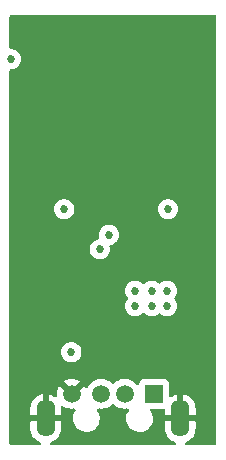
<source format=gbr>
%TF.GenerationSoftware,KiCad,Pcbnew,(6.0.7)*%
%TF.CreationDate,2023-02-07T19:22:30-08:00*%
%TF.ProjectId,ESP_Module,4553505f-4d6f-4647-956c-652e6b696361,rev?*%
%TF.SameCoordinates,Original*%
%TF.FileFunction,Copper,L2,Inr*%
%TF.FilePolarity,Positive*%
%FSLAX46Y46*%
G04 Gerber Fmt 4.6, Leading zero omitted, Abs format (unit mm)*
G04 Created by KiCad (PCBNEW (6.0.7)) date 2023-02-07 19:22:30*
%MOMM*%
%LPD*%
G01*
G04 APERTURE LIST*
%TA.AperFunction,ComponentPad*%
%ADD10R,1.508000X1.508000*%
%TD*%
%TA.AperFunction,ComponentPad*%
%ADD11C,1.508000*%
%TD*%
%TA.AperFunction,ComponentPad*%
%ADD12O,1.575000X3.150000*%
%TD*%
%TA.AperFunction,ViaPad*%
%ADD13C,0.685800*%
%TD*%
G04 APERTURE END LIST*
D10*
%TO.N,+5V*%
%TO.C,J1*%
X160218000Y-100516000D03*
D11*
%TO.N,USB_D-*%
X157718000Y-100516000D03*
%TO.N,USB_D+*%
X155718000Y-100516000D03*
%TO.N,GND*%
X153218000Y-100516000D03*
D12*
X162418000Y-102616000D03*
X151018000Y-102616000D03*
%TD*%
D13*
%TO.N,+3V3*%
X148100000Y-72200000D03*
X161300000Y-91800000D03*
X160000000Y-93100000D03*
X161300000Y-93100000D03*
X153200000Y-97000000D03*
X158600000Y-91800000D03*
X161400000Y-84900000D03*
X160000000Y-91800000D03*
X152600000Y-84900000D03*
X158600000Y-93100000D03*
%TO.N,GND*%
X164500000Y-97400000D03*
X156700000Y-80000000D03*
X154500000Y-86800000D03*
X159600000Y-84600000D03*
X152500000Y-86800000D03*
X149000000Y-97400000D03*
X149000000Y-99400000D03*
X160700000Y-80000000D03*
X154500000Y-84900000D03*
X156700000Y-71000000D03*
X158700000Y-80000000D03*
X164500000Y-99400000D03*
X160700000Y-71000000D03*
X164500000Y-91300000D03*
X152700000Y-80000000D03*
X152700000Y-71000000D03*
X158700000Y-71000000D03*
X154700000Y-80000000D03*
X164500000Y-89300000D03*
X164500000Y-93300000D03*
X164500000Y-95300000D03*
X150500000Y-86800000D03*
X154700000Y-71000000D03*
%TO.N,USB_D+*%
X155600000Y-88300000D03*
%TO.N,USB_D-*%
X156376702Y-87076702D03*
%TD*%
%TA.AperFunction,Conductor*%
%TO.N,GND*%
G36*
X165423121Y-68478502D02*
G01*
X165469614Y-68532158D01*
X165481000Y-68584500D01*
X165481000Y-104735500D01*
X165460998Y-104803621D01*
X165407342Y-104850114D01*
X165355000Y-104861500D01*
X162925073Y-104861500D01*
X162856952Y-104841498D01*
X162810459Y-104787842D01*
X162800355Y-104717568D01*
X162829849Y-104652988D01*
X162871823Y-104621305D01*
X163063243Y-104532045D01*
X163072729Y-104526567D01*
X163249401Y-104402861D01*
X163257808Y-104395807D01*
X163410307Y-104243308D01*
X163417361Y-104234901D01*
X163541067Y-104058229D01*
X163546545Y-104048743D01*
X163637699Y-103853262D01*
X163641445Y-103842970D01*
X163697268Y-103634636D01*
X163699171Y-103623841D01*
X163713262Y-103462791D01*
X163713500Y-103457327D01*
X163713500Y-102888115D01*
X163709025Y-102872876D01*
X163707635Y-102871671D01*
X163699952Y-102870000D01*
X161140615Y-102870000D01*
X161125376Y-102874475D01*
X161124171Y-102875865D01*
X161122500Y-102883548D01*
X161122500Y-103457327D01*
X161122738Y-103462791D01*
X161136829Y-103623841D01*
X161138732Y-103634636D01*
X161194555Y-103842970D01*
X161198301Y-103853262D01*
X161289455Y-104048743D01*
X161294933Y-104058229D01*
X161418639Y-104234901D01*
X161425693Y-104243308D01*
X161578190Y-104395805D01*
X161586598Y-104402861D01*
X161763266Y-104526565D01*
X161772762Y-104532047D01*
X161964177Y-104621305D01*
X162017462Y-104668222D01*
X162036923Y-104736499D01*
X162016381Y-104804459D01*
X161962359Y-104850525D01*
X161910927Y-104861500D01*
X151525073Y-104861500D01*
X151456952Y-104841498D01*
X151410459Y-104787842D01*
X151400355Y-104717568D01*
X151429849Y-104652988D01*
X151471823Y-104621305D01*
X151663243Y-104532045D01*
X151672729Y-104526567D01*
X151849401Y-104402861D01*
X151857808Y-104395807D01*
X152010307Y-104243308D01*
X152017361Y-104234901D01*
X152141067Y-104058229D01*
X152146545Y-104048743D01*
X152237699Y-103853262D01*
X152241445Y-103842970D01*
X152297268Y-103634636D01*
X152299171Y-103623841D01*
X152313262Y-103462791D01*
X152313500Y-103457327D01*
X152313500Y-102888115D01*
X152309025Y-102872876D01*
X152307635Y-102871671D01*
X152299952Y-102870000D01*
X149740615Y-102870000D01*
X149725376Y-102874475D01*
X149724171Y-102875865D01*
X149722500Y-102883548D01*
X149722500Y-103457327D01*
X149722738Y-103462791D01*
X149736829Y-103623841D01*
X149738732Y-103634636D01*
X149794555Y-103842970D01*
X149798301Y-103853262D01*
X149889455Y-104048743D01*
X149894933Y-104058229D01*
X150018639Y-104234901D01*
X150025693Y-104243308D01*
X150178190Y-104395805D01*
X150186598Y-104402861D01*
X150363266Y-104526565D01*
X150372762Y-104532047D01*
X150564177Y-104621305D01*
X150617462Y-104668222D01*
X150636923Y-104736499D01*
X150616381Y-104804459D01*
X150562359Y-104850525D01*
X150510927Y-104861500D01*
X148081000Y-104861500D01*
X148012879Y-104841498D01*
X147966386Y-104787842D01*
X147955000Y-104735500D01*
X147955000Y-102343885D01*
X149722500Y-102343885D01*
X149726975Y-102359124D01*
X149728365Y-102360329D01*
X149736048Y-102362000D01*
X150745885Y-102362000D01*
X150761124Y-102357525D01*
X150762329Y-102356135D01*
X150764000Y-102348452D01*
X150764000Y-102343885D01*
X151272000Y-102343885D01*
X151276475Y-102359124D01*
X151277865Y-102360329D01*
X151285548Y-102362000D01*
X152295385Y-102362000D01*
X152310624Y-102357525D01*
X152311829Y-102356135D01*
X152313500Y-102348452D01*
X152313500Y-101774673D01*
X152313261Y-101769187D01*
X152304557Y-101669708D01*
X152318545Y-101600103D01*
X152367944Y-101549111D01*
X152437070Y-101532920D01*
X152502348Y-101555513D01*
X152580081Y-101609942D01*
X152589576Y-101615425D01*
X152779740Y-101704099D01*
X152790032Y-101707845D01*
X152992704Y-101762151D01*
X153003499Y-101764054D01*
X153212525Y-101782342D01*
X153223475Y-101782342D01*
X153421792Y-101764991D01*
X153491397Y-101778980D01*
X153542389Y-101828379D01*
X153558580Y-101897505D01*
X153538903Y-101953565D01*
X153541002Y-101954779D01*
X153432693Y-102141999D01*
X153361740Y-102346323D01*
X153330703Y-102560377D01*
X153340704Y-102776438D01*
X153342108Y-102782263D01*
X153342108Y-102782264D01*
X153363253Y-102870000D01*
X153391380Y-102986710D01*
X153480903Y-103183606D01*
X153606043Y-103360021D01*
X153762285Y-103509590D01*
X153767320Y-103512841D01*
X153938954Y-103623664D01*
X153938957Y-103623665D01*
X153943991Y-103626916D01*
X154144604Y-103707766D01*
X154150485Y-103708914D01*
X154150490Y-103708916D01*
X154352441Y-103748354D01*
X154352444Y-103748354D01*
X154356887Y-103749222D01*
X154362571Y-103749500D01*
X154522041Y-103749500D01*
X154683315Y-103734113D01*
X154890860Y-103673226D01*
X154965787Y-103634636D01*
X155077817Y-103576937D01*
X155077820Y-103576935D01*
X155083148Y-103574191D01*
X155170666Y-103505445D01*
X155248522Y-103444289D01*
X155248527Y-103444285D01*
X155253239Y-103440583D01*
X155257171Y-103436052D01*
X155391067Y-103281752D01*
X155391071Y-103281747D01*
X155394998Y-103277221D01*
X155503307Y-103090001D01*
X155574260Y-102885677D01*
X155576533Y-102870000D01*
X155604436Y-102677563D01*
X155604436Y-102677560D01*
X155605297Y-102671623D01*
X155595296Y-102455562D01*
X155544620Y-102245290D01*
X155455097Y-102048394D01*
X155394822Y-101963422D01*
X155371724Y-101896288D01*
X155388588Y-101827323D01*
X155440060Y-101778424D01*
X155508573Y-101765001D01*
X155712525Y-101782844D01*
X155718000Y-101783323D01*
X155938068Y-101764070D01*
X156100243Y-101720615D01*
X156146140Y-101708317D01*
X156146142Y-101708316D01*
X156151450Y-101706894D01*
X156157444Y-101704099D01*
X156346675Y-101615860D01*
X156346680Y-101615857D01*
X156351662Y-101613534D01*
X156356792Y-101609942D01*
X156528109Y-101489985D01*
X156528112Y-101489983D01*
X156532620Y-101486826D01*
X156628905Y-101390541D01*
X156691217Y-101356515D01*
X156762032Y-101361580D01*
X156807095Y-101390541D01*
X156903380Y-101486826D01*
X156907888Y-101489983D01*
X156907891Y-101489985D01*
X157079208Y-101609942D01*
X157084338Y-101613534D01*
X157089320Y-101615857D01*
X157089325Y-101615860D01*
X157278556Y-101704099D01*
X157284550Y-101706894D01*
X157289858Y-101708316D01*
X157289860Y-101708317D01*
X157335757Y-101720615D01*
X157497932Y-101764070D01*
X157718000Y-101783323D01*
X157921411Y-101765527D01*
X157991014Y-101779516D01*
X158042007Y-101828916D01*
X158058197Y-101898042D01*
X158038759Y-101953481D01*
X158041002Y-101954779D01*
X157932693Y-102141999D01*
X157861740Y-102346323D01*
X157830703Y-102560377D01*
X157840704Y-102776438D01*
X157842108Y-102782263D01*
X157842108Y-102782264D01*
X157863253Y-102870000D01*
X157891380Y-102986710D01*
X157980903Y-103183606D01*
X158106043Y-103360021D01*
X158262285Y-103509590D01*
X158267320Y-103512841D01*
X158438954Y-103623664D01*
X158438957Y-103623665D01*
X158443991Y-103626916D01*
X158644604Y-103707766D01*
X158650485Y-103708914D01*
X158650490Y-103708916D01*
X158852441Y-103748354D01*
X158852444Y-103748354D01*
X158856887Y-103749222D01*
X158862571Y-103749500D01*
X159022041Y-103749500D01*
X159183315Y-103734113D01*
X159390860Y-103673226D01*
X159465787Y-103634636D01*
X159577817Y-103576937D01*
X159577820Y-103576935D01*
X159583148Y-103574191D01*
X159670666Y-103505445D01*
X159748522Y-103444289D01*
X159748527Y-103444285D01*
X159753239Y-103440583D01*
X159757171Y-103436052D01*
X159891067Y-103281752D01*
X159891071Y-103281747D01*
X159894998Y-103277221D01*
X160003307Y-103090001D01*
X160074260Y-102885677D01*
X160076533Y-102870000D01*
X160104436Y-102677563D01*
X160104436Y-102677560D01*
X160105297Y-102671623D01*
X160095296Y-102455562D01*
X160044620Y-102245290D01*
X159955097Y-102048394D01*
X159904737Y-101977399D01*
X159881639Y-101910266D01*
X159898503Y-101841301D01*
X159949975Y-101792402D01*
X160007507Y-101778500D01*
X160996500Y-101778500D01*
X161064621Y-101798502D01*
X161111114Y-101852158D01*
X161122500Y-101904500D01*
X161122500Y-102343885D01*
X161126975Y-102359124D01*
X161128365Y-102360329D01*
X161136048Y-102362000D01*
X162145885Y-102362000D01*
X162161124Y-102357525D01*
X162162329Y-102356135D01*
X162164000Y-102348452D01*
X162164000Y-102343885D01*
X162672000Y-102343885D01*
X162676475Y-102359124D01*
X162677865Y-102360329D01*
X162685548Y-102362000D01*
X163695385Y-102362000D01*
X163710624Y-102357525D01*
X163711829Y-102356135D01*
X163713500Y-102348452D01*
X163713500Y-101774673D01*
X163713262Y-101769209D01*
X163699171Y-101608159D01*
X163697268Y-101597364D01*
X163641445Y-101389030D01*
X163637699Y-101378738D01*
X163546545Y-101183257D01*
X163541067Y-101173771D01*
X163417361Y-100997099D01*
X163410307Y-100988692D01*
X163257810Y-100836195D01*
X163249402Y-100829139D01*
X163072734Y-100705435D01*
X163063238Y-100699952D01*
X162867762Y-100608801D01*
X162857470Y-100605055D01*
X162689497Y-100560047D01*
X162675401Y-100560383D01*
X162672000Y-100568325D01*
X162672000Y-102343885D01*
X162164000Y-102343885D01*
X162164000Y-100573474D01*
X162160027Y-100559943D01*
X162151478Y-100558714D01*
X161978530Y-100605055D01*
X161968238Y-100608801D01*
X161772757Y-100699955D01*
X161763279Y-100705428D01*
X161678770Y-100764601D01*
X161611496Y-100787288D01*
X161542636Y-100770003D01*
X161494052Y-100718233D01*
X161480500Y-100661387D01*
X161480500Y-99713866D01*
X161473745Y-99651684D01*
X161422615Y-99515295D01*
X161335261Y-99398739D01*
X161218705Y-99311385D01*
X161082316Y-99260255D01*
X161020134Y-99253500D01*
X159415866Y-99253500D01*
X159353684Y-99260255D01*
X159217295Y-99311385D01*
X159100739Y-99398739D01*
X159013385Y-99515295D01*
X158962255Y-99651684D01*
X158957280Y-99697485D01*
X158957061Y-99699499D01*
X158929820Y-99765061D01*
X158871457Y-99805488D01*
X158800503Y-99807944D01*
X158739485Y-99771649D01*
X158728585Y-99758162D01*
X158699961Y-99717283D01*
X158688826Y-99701380D01*
X158532620Y-99545174D01*
X158528112Y-99542017D01*
X158528109Y-99542015D01*
X158356171Y-99421623D01*
X158356168Y-99421621D01*
X158351662Y-99418466D01*
X158346680Y-99416143D01*
X158346675Y-99416140D01*
X158156432Y-99327429D01*
X158156431Y-99327429D01*
X158151450Y-99325106D01*
X158146142Y-99323684D01*
X158146140Y-99323683D01*
X158080748Y-99306161D01*
X157938068Y-99267930D01*
X157718000Y-99248677D01*
X157497932Y-99267930D01*
X157355252Y-99306161D01*
X157289860Y-99323683D01*
X157289858Y-99323684D01*
X157284550Y-99325106D01*
X157279569Y-99327428D01*
X157279568Y-99327429D01*
X157089320Y-99416143D01*
X157089317Y-99416145D01*
X157084339Y-99418466D01*
X156903380Y-99545174D01*
X156807095Y-99641459D01*
X156744783Y-99675485D01*
X156673968Y-99670420D01*
X156628905Y-99641459D01*
X156532620Y-99545174D01*
X156528112Y-99542017D01*
X156528109Y-99542015D01*
X156356171Y-99421623D01*
X156356168Y-99421621D01*
X156351662Y-99418466D01*
X156346680Y-99416143D01*
X156346675Y-99416140D01*
X156156432Y-99327429D01*
X156156431Y-99327429D01*
X156151450Y-99325106D01*
X156146142Y-99323684D01*
X156146140Y-99323683D01*
X156080748Y-99306161D01*
X155938068Y-99267930D01*
X155718000Y-99248677D01*
X155497932Y-99267930D01*
X155355252Y-99306161D01*
X155289860Y-99323683D01*
X155289858Y-99323684D01*
X155284550Y-99325106D01*
X155279569Y-99327428D01*
X155279568Y-99327429D01*
X155089320Y-99416143D01*
X155089317Y-99416145D01*
X155084339Y-99418466D01*
X154903380Y-99545174D01*
X154747174Y-99701380D01*
X154620466Y-99882339D01*
X154618145Y-99887317D01*
X154618143Y-99887320D01*
X154581919Y-99965003D01*
X154535002Y-100018288D01*
X154466724Y-100037749D01*
X154398764Y-100017207D01*
X154353529Y-99965003D01*
X154317424Y-99887575D01*
X154311945Y-99878085D01*
X154282461Y-99835978D01*
X154271985Y-99827604D01*
X154258537Y-99834673D01*
X153307095Y-100786115D01*
X153244783Y-100820141D01*
X153173968Y-100815076D01*
X153128905Y-100786115D01*
X152176741Y-99833951D01*
X152164967Y-99827521D01*
X152152951Y-99836817D01*
X152124055Y-99878085D01*
X152118577Y-99887575D01*
X152029901Y-100077740D01*
X152026155Y-100088032D01*
X151971849Y-100290704D01*
X151969946Y-100301499D01*
X151951658Y-100510525D01*
X151951658Y-100521486D01*
X151963454Y-100656309D01*
X151949466Y-100725914D01*
X151900067Y-100776906D01*
X151830941Y-100793097D01*
X151765664Y-100770505D01*
X151672731Y-100705434D01*
X151663238Y-100699952D01*
X151467762Y-100608801D01*
X151457470Y-100605055D01*
X151289497Y-100560047D01*
X151275401Y-100560383D01*
X151272000Y-100568325D01*
X151272000Y-102343885D01*
X150764000Y-102343885D01*
X150764000Y-100573474D01*
X150760027Y-100559943D01*
X150751478Y-100558714D01*
X150578530Y-100605055D01*
X150568238Y-100608801D01*
X150372757Y-100699955D01*
X150363271Y-100705433D01*
X150186599Y-100829139D01*
X150178192Y-100836193D01*
X150025693Y-100988692D01*
X150018639Y-100997099D01*
X149894933Y-101173771D01*
X149889455Y-101183257D01*
X149798301Y-101378738D01*
X149794555Y-101389030D01*
X149738732Y-101597364D01*
X149736829Y-101608159D01*
X149722738Y-101769209D01*
X149722500Y-101774673D01*
X149722500Y-102343885D01*
X147955000Y-102343885D01*
X147955000Y-99462015D01*
X152529604Y-99462015D01*
X152536673Y-99475463D01*
X153205188Y-100143978D01*
X153219132Y-100151592D01*
X153220965Y-100151461D01*
X153227580Y-100147210D01*
X153900049Y-99474741D01*
X153906479Y-99462966D01*
X153897183Y-99450951D01*
X153855919Y-99422058D01*
X153846424Y-99416575D01*
X153656260Y-99327901D01*
X153645968Y-99324155D01*
X153443296Y-99269849D01*
X153432501Y-99267946D01*
X153223475Y-99249658D01*
X153212525Y-99249658D01*
X153003499Y-99267946D01*
X152992704Y-99269849D01*
X152790032Y-99324155D01*
X152779740Y-99327901D01*
X152589575Y-99416577D01*
X152580085Y-99422055D01*
X152537978Y-99451539D01*
X152529604Y-99462015D01*
X147955000Y-99462015D01*
X147955000Y-97000000D01*
X152343910Y-97000000D01*
X152362618Y-97177991D01*
X152417923Y-97348203D01*
X152507409Y-97503197D01*
X152627164Y-97636199D01*
X152771955Y-97741396D01*
X152777983Y-97744080D01*
X152777985Y-97744081D01*
X152929423Y-97811505D01*
X152935454Y-97814190D01*
X153022984Y-97832795D01*
X153104057Y-97850028D01*
X153104061Y-97850028D01*
X153110514Y-97851400D01*
X153289486Y-97851400D01*
X153295939Y-97850028D01*
X153295943Y-97850028D01*
X153377016Y-97832795D01*
X153464546Y-97814190D01*
X153470577Y-97811505D01*
X153622015Y-97744081D01*
X153622017Y-97744080D01*
X153628045Y-97741396D01*
X153772836Y-97636199D01*
X153892591Y-97503197D01*
X153982077Y-97348203D01*
X154037382Y-97177991D01*
X154056090Y-97000000D01*
X154037382Y-96822009D01*
X153982077Y-96651797D01*
X153892591Y-96496803D01*
X153772836Y-96363801D01*
X153628045Y-96258604D01*
X153622017Y-96255920D01*
X153622015Y-96255919D01*
X153470577Y-96188495D01*
X153470576Y-96188495D01*
X153464546Y-96185810D01*
X153377016Y-96167205D01*
X153295943Y-96149972D01*
X153295939Y-96149972D01*
X153289486Y-96148600D01*
X153110514Y-96148600D01*
X153104061Y-96149972D01*
X153104057Y-96149972D01*
X153022984Y-96167205D01*
X152935454Y-96185810D01*
X152929424Y-96188495D01*
X152929423Y-96188495D01*
X152777985Y-96255919D01*
X152777983Y-96255920D01*
X152771955Y-96258604D01*
X152627164Y-96363801D01*
X152507409Y-96496803D01*
X152417923Y-96651797D01*
X152362618Y-96822009D01*
X152343910Y-97000000D01*
X147955000Y-97000000D01*
X147955000Y-93100000D01*
X157743910Y-93100000D01*
X157762618Y-93277991D01*
X157817923Y-93448203D01*
X157907409Y-93603197D01*
X158027164Y-93736199D01*
X158171955Y-93841396D01*
X158177983Y-93844080D01*
X158177985Y-93844081D01*
X158329423Y-93911505D01*
X158335454Y-93914190D01*
X158422984Y-93932795D01*
X158504057Y-93950028D01*
X158504061Y-93950028D01*
X158510514Y-93951400D01*
X158689486Y-93951400D01*
X158695939Y-93950028D01*
X158695943Y-93950028D01*
X158777016Y-93932795D01*
X158864546Y-93914190D01*
X158870577Y-93911505D01*
X159022015Y-93844081D01*
X159022017Y-93844080D01*
X159028045Y-93841396D01*
X159172836Y-93736199D01*
X159206366Y-93698960D01*
X159266809Y-93661722D01*
X159337793Y-93663073D01*
X159393634Y-93698960D01*
X159427164Y-93736199D01*
X159571955Y-93841396D01*
X159577983Y-93844080D01*
X159577985Y-93844081D01*
X159729423Y-93911505D01*
X159735454Y-93914190D01*
X159822984Y-93932795D01*
X159904057Y-93950028D01*
X159904061Y-93950028D01*
X159910514Y-93951400D01*
X160089486Y-93951400D01*
X160095939Y-93950028D01*
X160095943Y-93950028D01*
X160177016Y-93932795D01*
X160264546Y-93914190D01*
X160270577Y-93911505D01*
X160422015Y-93844081D01*
X160422017Y-93844080D01*
X160428045Y-93841396D01*
X160572836Y-93736199D01*
X160573954Y-93737738D01*
X160629696Y-93710988D01*
X160700150Y-93719751D01*
X160726712Y-93736821D01*
X160727164Y-93736199D01*
X160871955Y-93841396D01*
X160877983Y-93844080D01*
X160877985Y-93844081D01*
X161029423Y-93911505D01*
X161035454Y-93914190D01*
X161122984Y-93932795D01*
X161204057Y-93950028D01*
X161204061Y-93950028D01*
X161210514Y-93951400D01*
X161389486Y-93951400D01*
X161395939Y-93950028D01*
X161395943Y-93950028D01*
X161477016Y-93932795D01*
X161564546Y-93914190D01*
X161570577Y-93911505D01*
X161722015Y-93844081D01*
X161722017Y-93844080D01*
X161728045Y-93841396D01*
X161872836Y-93736199D01*
X161992591Y-93603197D01*
X162082077Y-93448203D01*
X162137382Y-93277991D01*
X162156090Y-93100000D01*
X162137382Y-92922009D01*
X162082077Y-92751797D01*
X161992591Y-92596803D01*
X161936322Y-92534309D01*
X161905605Y-92470303D01*
X161914369Y-92399849D01*
X161936322Y-92365690D01*
X161988172Y-92308105D01*
X161988173Y-92308104D01*
X161992591Y-92303197D01*
X162082077Y-92148203D01*
X162137382Y-91977991D01*
X162156090Y-91800000D01*
X162137382Y-91622009D01*
X162082077Y-91451797D01*
X161992591Y-91296803D01*
X161872836Y-91163801D01*
X161728045Y-91058604D01*
X161722017Y-91055920D01*
X161722015Y-91055919D01*
X161570577Y-90988495D01*
X161570576Y-90988495D01*
X161564546Y-90985810D01*
X161477016Y-90967205D01*
X161395943Y-90949972D01*
X161395939Y-90949972D01*
X161389486Y-90948600D01*
X161210514Y-90948600D01*
X161204061Y-90949972D01*
X161204057Y-90949972D01*
X161122984Y-90967205D01*
X161035454Y-90985810D01*
X161029424Y-90988495D01*
X161029423Y-90988495D01*
X160877985Y-91055919D01*
X160877983Y-91055920D01*
X160871955Y-91058604D01*
X160727164Y-91163801D01*
X160726046Y-91162262D01*
X160670304Y-91189012D01*
X160599850Y-91180249D01*
X160573288Y-91163179D01*
X160572836Y-91163801D01*
X160433387Y-91062485D01*
X160433386Y-91062484D01*
X160428045Y-91058604D01*
X160422017Y-91055920D01*
X160422015Y-91055919D01*
X160270577Y-90988495D01*
X160270576Y-90988495D01*
X160264546Y-90985810D01*
X160177016Y-90967205D01*
X160095943Y-90949972D01*
X160095939Y-90949972D01*
X160089486Y-90948600D01*
X159910514Y-90948600D01*
X159904061Y-90949972D01*
X159904057Y-90949972D01*
X159822984Y-90967205D01*
X159735454Y-90985810D01*
X159729424Y-90988495D01*
X159729423Y-90988495D01*
X159577985Y-91055919D01*
X159577983Y-91055920D01*
X159571955Y-91058604D01*
X159427164Y-91163801D01*
X159393634Y-91201040D01*
X159333191Y-91238278D01*
X159262207Y-91236927D01*
X159206366Y-91201040D01*
X159172836Y-91163801D01*
X159028045Y-91058604D01*
X159022017Y-91055920D01*
X159022015Y-91055919D01*
X158870577Y-90988495D01*
X158870576Y-90988495D01*
X158864546Y-90985810D01*
X158777016Y-90967205D01*
X158695943Y-90949972D01*
X158695939Y-90949972D01*
X158689486Y-90948600D01*
X158510514Y-90948600D01*
X158504061Y-90949972D01*
X158504057Y-90949972D01*
X158422984Y-90967205D01*
X158335454Y-90985810D01*
X158329424Y-90988495D01*
X158329423Y-90988495D01*
X158177985Y-91055919D01*
X158177983Y-91055920D01*
X158171955Y-91058604D01*
X158027164Y-91163801D01*
X157907409Y-91296803D01*
X157817923Y-91451797D01*
X157762618Y-91622009D01*
X157743910Y-91800000D01*
X157762618Y-91977991D01*
X157817923Y-92148203D01*
X157907409Y-92303197D01*
X157911827Y-92308104D01*
X157911828Y-92308105D01*
X157963678Y-92365690D01*
X157994395Y-92429697D01*
X157985631Y-92500151D01*
X157963679Y-92534309D01*
X157907409Y-92596803D01*
X157817923Y-92751797D01*
X157762618Y-92922009D01*
X157743910Y-93100000D01*
X147955000Y-93100000D01*
X147955000Y-88300000D01*
X154743910Y-88300000D01*
X154762618Y-88477991D01*
X154817923Y-88648203D01*
X154907409Y-88803197D01*
X155027164Y-88936199D01*
X155171955Y-89041396D01*
X155177983Y-89044080D01*
X155177985Y-89044081D01*
X155329423Y-89111505D01*
X155335454Y-89114190D01*
X155422984Y-89132795D01*
X155504057Y-89150028D01*
X155504061Y-89150028D01*
X155510514Y-89151400D01*
X155689486Y-89151400D01*
X155695939Y-89150028D01*
X155695943Y-89150028D01*
X155777016Y-89132795D01*
X155864546Y-89114190D01*
X155870577Y-89111505D01*
X156022015Y-89044081D01*
X156022017Y-89044080D01*
X156028045Y-89041396D01*
X156172836Y-88936199D01*
X156292591Y-88803197D01*
X156382077Y-88648203D01*
X156437382Y-88477991D01*
X156456090Y-88300000D01*
X156437382Y-88122009D01*
X156423552Y-88079444D01*
X156421524Y-88008478D01*
X156458187Y-87947680D01*
X156517188Y-87917262D01*
X156566461Y-87906788D01*
X156641248Y-87890892D01*
X156647279Y-87888207D01*
X156798717Y-87820783D01*
X156798719Y-87820782D01*
X156804747Y-87818098D01*
X156834057Y-87796803D01*
X156944194Y-87716784D01*
X156944196Y-87716782D01*
X156949538Y-87712901D01*
X157069293Y-87579899D01*
X157158779Y-87424905D01*
X157214084Y-87254693D01*
X157232792Y-87076702D01*
X157214084Y-86898711D01*
X157158779Y-86728499D01*
X157069293Y-86573505D01*
X156949538Y-86440503D01*
X156804747Y-86335306D01*
X156798719Y-86332622D01*
X156798717Y-86332621D01*
X156647279Y-86265197D01*
X156647278Y-86265197D01*
X156641248Y-86262512D01*
X156553718Y-86243907D01*
X156472645Y-86226674D01*
X156472641Y-86226674D01*
X156466188Y-86225302D01*
X156287216Y-86225302D01*
X156280763Y-86226674D01*
X156280759Y-86226674D01*
X156199686Y-86243907D01*
X156112156Y-86262512D01*
X156106126Y-86265197D01*
X156106125Y-86265197D01*
X155954687Y-86332621D01*
X155954685Y-86332622D01*
X155948657Y-86335306D01*
X155803866Y-86440503D01*
X155684111Y-86573505D01*
X155594625Y-86728499D01*
X155539320Y-86898711D01*
X155520612Y-87076702D01*
X155539320Y-87254693D01*
X155541360Y-87260971D01*
X155541360Y-87260972D01*
X155553150Y-87297257D01*
X155555178Y-87368224D01*
X155518515Y-87429022D01*
X155459514Y-87459440D01*
X155410241Y-87469914D01*
X155335454Y-87485810D01*
X155329424Y-87488495D01*
X155329423Y-87488495D01*
X155177985Y-87555919D01*
X155177983Y-87555920D01*
X155171955Y-87558604D01*
X155166614Y-87562484D01*
X155166613Y-87562485D01*
X155135890Y-87584807D01*
X155027164Y-87663801D01*
X154907409Y-87796803D01*
X154817923Y-87951797D01*
X154762618Y-88122009D01*
X154743910Y-88300000D01*
X147955000Y-88300000D01*
X147955000Y-84900000D01*
X151743910Y-84900000D01*
X151762618Y-85077991D01*
X151817923Y-85248203D01*
X151907409Y-85403197D01*
X152027164Y-85536199D01*
X152171955Y-85641396D01*
X152177983Y-85644080D01*
X152177985Y-85644081D01*
X152329423Y-85711505D01*
X152335454Y-85714190D01*
X152422984Y-85732795D01*
X152504057Y-85750028D01*
X152504061Y-85750028D01*
X152510514Y-85751400D01*
X152689486Y-85751400D01*
X152695939Y-85750028D01*
X152695943Y-85750028D01*
X152777016Y-85732795D01*
X152864546Y-85714190D01*
X152870577Y-85711505D01*
X153022015Y-85644081D01*
X153022017Y-85644080D01*
X153028045Y-85641396D01*
X153172836Y-85536199D01*
X153292591Y-85403197D01*
X153382077Y-85248203D01*
X153437382Y-85077991D01*
X153456090Y-84900000D01*
X160543910Y-84900000D01*
X160562618Y-85077991D01*
X160617923Y-85248203D01*
X160707409Y-85403197D01*
X160827164Y-85536199D01*
X160971955Y-85641396D01*
X160977983Y-85644080D01*
X160977985Y-85644081D01*
X161129423Y-85711505D01*
X161135454Y-85714190D01*
X161222984Y-85732795D01*
X161304057Y-85750028D01*
X161304061Y-85750028D01*
X161310514Y-85751400D01*
X161489486Y-85751400D01*
X161495939Y-85750028D01*
X161495943Y-85750028D01*
X161577016Y-85732795D01*
X161664546Y-85714190D01*
X161670577Y-85711505D01*
X161822015Y-85644081D01*
X161822017Y-85644080D01*
X161828045Y-85641396D01*
X161972836Y-85536199D01*
X162092591Y-85403197D01*
X162182077Y-85248203D01*
X162237382Y-85077991D01*
X162256090Y-84900000D01*
X162237382Y-84722009D01*
X162182077Y-84551797D01*
X162092591Y-84396803D01*
X161972836Y-84263801D01*
X161828045Y-84158604D01*
X161822017Y-84155920D01*
X161822015Y-84155919D01*
X161670577Y-84088495D01*
X161670576Y-84088495D01*
X161664546Y-84085810D01*
X161577016Y-84067205D01*
X161495943Y-84049972D01*
X161495939Y-84049972D01*
X161489486Y-84048600D01*
X161310514Y-84048600D01*
X161304061Y-84049972D01*
X161304057Y-84049972D01*
X161222984Y-84067205D01*
X161135454Y-84085810D01*
X161129424Y-84088495D01*
X161129423Y-84088495D01*
X160977985Y-84155919D01*
X160977983Y-84155920D01*
X160971955Y-84158604D01*
X160827164Y-84263801D01*
X160707409Y-84396803D01*
X160617923Y-84551797D01*
X160562618Y-84722009D01*
X160543910Y-84900000D01*
X153456090Y-84900000D01*
X153437382Y-84722009D01*
X153382077Y-84551797D01*
X153292591Y-84396803D01*
X153172836Y-84263801D01*
X153028045Y-84158604D01*
X153022017Y-84155920D01*
X153022015Y-84155919D01*
X152870577Y-84088495D01*
X152870576Y-84088495D01*
X152864546Y-84085810D01*
X152777016Y-84067205D01*
X152695943Y-84049972D01*
X152695939Y-84049972D01*
X152689486Y-84048600D01*
X152510514Y-84048600D01*
X152504061Y-84049972D01*
X152504057Y-84049972D01*
X152422984Y-84067205D01*
X152335454Y-84085810D01*
X152329424Y-84088495D01*
X152329423Y-84088495D01*
X152177985Y-84155919D01*
X152177983Y-84155920D01*
X152171955Y-84158604D01*
X152027164Y-84263801D01*
X151907409Y-84396803D01*
X151817923Y-84551797D01*
X151762618Y-84722009D01*
X151743910Y-84900000D01*
X147955000Y-84900000D01*
X147955000Y-73177400D01*
X147975002Y-73109279D01*
X148028658Y-73062786D01*
X148081000Y-73051400D01*
X148189486Y-73051400D01*
X148195939Y-73050028D01*
X148195943Y-73050028D01*
X148277016Y-73032795D01*
X148364546Y-73014190D01*
X148370577Y-73011505D01*
X148522015Y-72944081D01*
X148522017Y-72944080D01*
X148528045Y-72941396D01*
X148672836Y-72836199D01*
X148792591Y-72703197D01*
X148882077Y-72548203D01*
X148937382Y-72377991D01*
X148956090Y-72200000D01*
X148937382Y-72022009D01*
X148882077Y-71851797D01*
X148792591Y-71696803D01*
X148672836Y-71563801D01*
X148528045Y-71458604D01*
X148522017Y-71455920D01*
X148522015Y-71455919D01*
X148370577Y-71388495D01*
X148370576Y-71388495D01*
X148364546Y-71385810D01*
X148277016Y-71367205D01*
X148195943Y-71349972D01*
X148195939Y-71349972D01*
X148189486Y-71348600D01*
X148081000Y-71348600D01*
X148012879Y-71328598D01*
X147966386Y-71274942D01*
X147955000Y-71222600D01*
X147955000Y-68584500D01*
X147975002Y-68516379D01*
X148028658Y-68469886D01*
X148081000Y-68458500D01*
X165355000Y-68458500D01*
X165423121Y-68478502D01*
G37*
%TD.AperFunction*%
%TD*%
M02*

</source>
